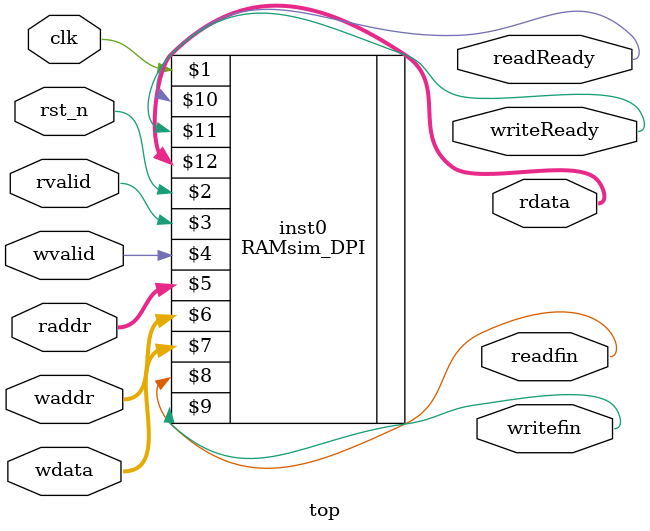
<source format=sv>
`timescale 1ns / 1ns


module top (
    input clk,
    input rst_n,
    input rvalid,
    input wvalid,
    input [63:0] raddr,
    input [63:0] waddr,
    input [63:0] wdata,
    output readfin,
    output writefin,
    output readReady,
    output writeReady,
    output [63:0] rdata
);


  RAMsim_DPI inst0 (
      clk,
      rst_n,
      rvalid,
      wvalid,
      raddr,
      waddr,
      wdata,
      readfin,
      writefin,
      readReady,
      writeReady,
      rdata
  );

endmodule

</source>
